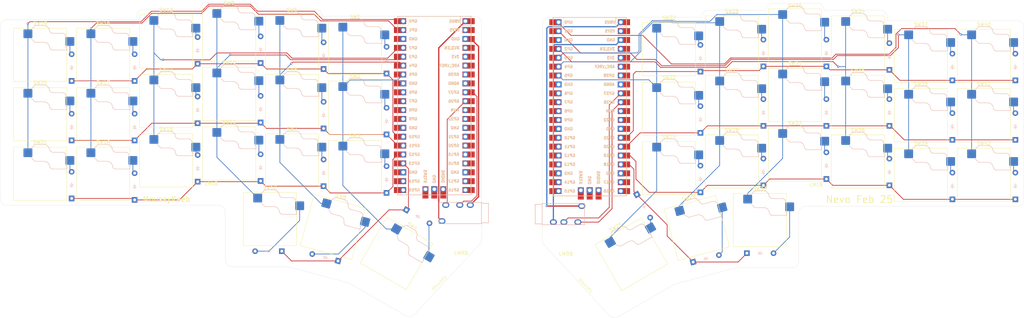
<source format=kicad_pcb>
(kicad_pcb (version 20241229) (generator "pcbnew") (generator_version "9.0")
  (layers (0 "F.Cu" signal) (2 "B.Cu" signal) (13 "F.Paste" user) (15 "B.Paste" user) (5 "F.SilkS" user "F.Silkscreen") (7 "B.SilkS" user "B.Silkscreen") (1 "F.Mask" user) (3 "B.Mask" user) (25 "Edge.Cuts" user))
  (net 0 "")
  (net 1 "Net-(D1-A)")
  (net 2 "Net-(D2-A)")
  (net 3 "Net-(D3-A)")
  (net 4 "Net-(D4-A)")
  (net 5 "Net-(D5-A)")
  (net 6 "Net-(D6-A)")
  (net 7 "Net-(D7-A)")
  (net 8 "Net-(D8-A)")
  (net 9 "Net-(D9-A)")
  (net 10 "Net-(D10-A)")
  (net 11 "Net-(D11-A)")
  (net 12 "Net-(D12-A)")
  (net 13 "Net-(D13-A)")
  (net 14 "Net-(D14-A)")
  (net 15 "Net-(D15-A)")
  (net 16 "Net-(D16-A)")
  (net 17 "Net-(D17-A)")
  (net 18 "Net-(D18-A)")
  (net 19 "Net-(D19-A)")
  (net 20 "Net-(D20-A)")
  (net 21 "Net-(D21-A)")
  (net 22 "Net-(D22-A)")
  (net 23 "Net-(D23-A)")
  (net 24 "Net-(D24-A)")
  (net 25 "Net-(D25-A)")
  (net 26 "Net-(D26-A)")
  (net 27 "Net-(D27-A)")
  (net 28 "Net-(D28-A)")
  (net 29 "Net-(D29-A)")
  (net 30 "Net-(D30-A)")
  (net 31 "Net-(D31-A)")
  (net 32 "Net-(D32-A)")
  (net 33 "Net-(D33-A)")
  (net 34 "Net-(D34-A)")
  (net 35 "Net-(D35-A)")
  (net 36 "Net-(D36-A)")
  (net 37 "Net-(D37-A)")
  (net 38 "Net-(D38-A)")
  (net 39 "Net-(D39-A)")
  (net 40 "Net-(D40-A)")
  (net 41 "Net-(D41-A)")
  (net 42 "Net-(D42-A)")
  (net 57 "Net-(U3-RING2)")
  (net 68 "Net-(U1-VBUS)")
  (net 70 "Net-(U1-GPIO27_ADC1)")
  (net 72 "Net-(U1-GPIO26_ADC0)")
  (net 78 "Net-(U2-GPIO26_ADC0)")
  (net 84 "Net-(U2-VBUS)")
  (net 98 "Net-(U4-RING2)")
  (net 103 "Net-(U2-GPIO27_ADC1)")
  (net 109 "ROW0L")
  (net 110 "ROW1L")
  (net 111 "ROW2L")
  (net 112 "ROW3L")
  (net 113 "ROW0R")
  (net 114 "ROW1R")
  (net 115 "ROW2R")
  (net 116 "ROW3R")
  (net 117 "COL0L")
  (net 118 "COL1L")
  (net 119 "COL2L")
  (net 120 "COL3L")
  (net 121 "COL4L")
  (net 122 "COL5L")
  (net 123 "COL0R")
  (net 124 "COL1R")
  (net 125 "COL2R")
  (net 126 "COL3R")
  (net 127 "COL4R")
  (net 128 "COL5R")
  (footprint "ScottoKeebs_Hotswap:Hotswap_Choc_V1" (layer "F.Cu") (at 114.93 77.89)
    (property "Reference" "SW14")
    (property "Value" "Switch")
  )
  (footprint "ScottoKeebs_Hotswap:Hotswap_Choc_V1_1.50u_90deg" (layer "F.Cu") (at 247.875127 121.726969 30)
    (property "Reference" "SW25")
    (property "Value" "Switch")
  )
  (footprint "ScottoKeebs_Hotswap:Hotswap_Choc_V1" (layer "F.Cu") (at 96.93 98.69)
    (property "Reference" "SW18")
    (property "Value" "Switch")
  )
  (footprint "ScottoKeebs_Hotswap:Hotswap_Choc_V1" (layer "F.Cu") (at 294.62 76.187)
    (property "Reference" "SW31")
    (property "Value" "Switch")
  )
  (footprint "ScottoKeebs_Hotswap:Hotswap_Choc_V1" (layer "F.Cu") (at 266.62 114.187 15)
    (property "Reference" "SW29")
    (property "Value" "Switch")
  )
  (footprint "ScottoKeebs_MCU:Raspberry_Pi_Pico" (layer "F.Cu") (at 191.572 79.22275)
    (property "Reference" "U1" (hide yes))
    (property "Value" "Raspberry_Pi_Pico" (hide yes))
  )
  (footprint "ScottoKeebs_Hotswap:Hotswap_Choc_V1" (layer "F.Cu") (at 114.93 94.89)
    (property "Reference" "SW15")
    (property "Value" "Switch")
  )
  (footprint "ScottoKeebs_Hotswap:Hotswap_Choc_V1" (layer "F.Cu") (at 312.62 78.187)
    (property "Reference" "SW35")
    (property "Value" "Switch")
  )
  (footprint "ScottoKeebs_Hotswap:Hotswap_Choc_V1" (layer "F.Cu") (at 284.62 111.937)
    (property "Reference" "SW33")
    (property "Value" "Switch")
  )
  (footprint "ScottoKeebs_Hotswap:Hotswap_Choc_V1" (layer "F.Cu") (at 258.62 80.087)
    (property "Reference" "SW23")
    (property "Value" "Switch")
  )
  (footprint "ScottoKeebs_Hotswap:Hotswap_Choc_V2" (layer "F.Cu") (at 294.62 59.187)
    (property "Reference" "SW30")
    (property "Value" "Switch")
  )
  (footprint "ScottoKeebs_MCU:Raspberry_Pi_Pico" (layer "F.Cu") (at 235.9775 79.52)
    (property "Reference" "U2" (hide yes))
    (property "Value" "Raspberry_Pi_Pico" (hide yes))
  )
  (footprint "ScottoKeebs_Hotswap:Hotswap_Choc_V1" (layer "F.Cu") (at 150.93 77.89)
    (property "Reference" "SW6")
    (property "Value" "Switch")
  )
  (footprint "ScottoKeebs_Hotswap:Hotswap_Choc_V1" (layer "F.Cu") (at 114.93 60.89)
    (property "Reference" "SW13")
    (property "Value" "Switch")
  )
  (footprint "ScottoKeebs_Hotswap:Hotswap_Choc_V1" (layer "F.Cu") (at 150.93 60.89)
    (property "Reference" "SW5")
    (property "Value" "Switch")
  )
  (footprint "ScottoKeebs_Hotswap:Hotswap_Choc_V1" (layer "F.Cu") (at 132.93 92.89)
    (property "Reference" "SW11")
    (property "Value" "Switch")
  )
  (footprint "ScottoKeebs_Hotswap:Hotswap_Choc_V1" (layer "F.Cu") (at 150.93 94.89)
    (property "Reference" "SW7")
    (property "Value" "Switch")
  )
  (footprint "MountingHole:MountingHole_3.2mm_M3" (layer "F.Cu") (at 127.870484 104.20275)
    (property "Reference" "LMLB")
    (property "Value" "MountingHole_3.2mm_M3")
  )
  (footprint "ScottoKeebs_Hotswap:Hotswap_Choc_V1" (layer "F.Cu") (at 258.62 97.087)
    (property "Reference" "SW24")
    (property "Value" "Switch")
  )
  (footprint "ScottoKeebs_Hotswap:Hotswap_Choc_V1" (layer "F.Cu") (at 330.62 98.987)
    (property "Reference" "SW39")
    (property "Value" "Switch")
  )
  (footprint "ScottoKeebs_Hotswap:Hotswap_Choc_V1" (layer "F.Cu") (at 276.62 61.187)
    (property "Reference" "SW26")
    (property "Value" "Switch")
  )
  (footprint "MountingHole:MountingHole_3.2mm_M3" (layer "F.Cu") (at 226.2305 116.825)
    (property "Reference" "LMRB")
    (property "Value" "MountingHole_3.2mm_M3")
  )
  (footprint "ScottoKeebs_Hotswap:Hotswap_Choc_V1" (layer "F.Cu") (at 78.93 98.69)
    (property "Reference" "SW21")
    (property "Value" "Switch")
  )
  (footprint "ScottoKeebs_Hotswap:Hotswap_Choc_V1" (layer "F.Cu") (at 294.62 93.187)
    (property "Reference" "SW32")
    (property "Value" "Switch")
  )
  (footprint "ScottoKeebs_Hotswap:Hotswap_Choc_V1" (layer "F.Cu") (at 312.62 95.187)
    (property "Reference" "SW36")
    (property "Value" "Switch")
  )
  (footprint "ScottoKeebs_Hotswap:Hotswap_Choc_V1" (layer "F.Cu") (at 258.62 63.087)
    (property "Reference" "SW22")
    (property "Value" "Switch")
  )
  (footprint "ScottoKeebs_Hotswap:Hotswap_Choc_V1" (layer "F.Cu") (at 168.93 62.79)
    (property "Reference" "SW1")
    (property "Value" "Switch")
  )
  (footprint "ScottoKeebs_Hotswap:Hotswap_Choc_V1" (layer "F.Cu") (at 96.93 81.69)
    (property "Reference" "SW17")
    (property "Value" "Switch")
  )
  (footprint "ScottoKeebs_Hotswap:Hotswap_Choc_V1_1.50u_90deg" (layer "F.Cu") (at 180.781171 121.429719 -30)
    (property "Reference" "SW4")
    (property "Value" "Switch")
  )
  (footprint "ScottoKeebs_Hotswap:Hotswap_Choc_V1" (layer "F.Cu") (at 276.62 78.187)
    (property "Reference" "SW27")
    (property "Value" "Switch")
  )
  (footprint "ScottoKeebs_Hotswap:Hotswap_Choc_V1" (layer "F.Cu") (at 78.93 81.69)
    (property "Reference" "SW20")
    (property "Value" "Switch")
  )
  (footprint "ScottoKeebs_Hotswap:Hotswap_Choc_V1" (layer "F.Cu") (at 312.62 61.187)
    (property "Reference" "SW34")
    (property "Value" "Switch")
  )
  (footprint "MountingHole:MountingHole_3.2mm_M3" (layer "F.Cu") (at 201.32 116.52775)
    (property "Reference" "LMRB")
    (property "Value" "MountingHole_3.2mm_M3")
  )
  (footprint "ScottoKeebs_Hotswap:Hotswap_Choc_V1" (layer "F.Cu") (at 348.62 98.987)
    (property "Reference" "SW42")
    (property "Value" "Switch")
  )
  (footprint "ScottoKeebs_Hotswap:Hotswap_Choc_V1" (layer "F.Cu") (at 96.93 64.69)
    (property "Reference" "SW16")
    (property "Value" "Switch")
  )
  (footprint "ScottoKeebs_Hotswap:Hotswap_Choc_V1" (layer "F.Cu") (at 132.93 75.89)
    (property "Reference" "SW10")
    (property "Value" "Switch")
  )
  (footprint "MountingHole:MountingHole_3.2mm_M3" (layer "F.Cu") (at 300.68 104.5)
    (property "Reference" "LMLB")
    (property "Value" "MountingHole_3.2mm_M3")
  )
  (footprint "ScottoKeebs_Hotswap:Hotswap_Choc_V1" (layer "F.Cu") (at 276.62 95.187)
    (property "Reference" "SW28")
    (property "Value" "Switch")
  )
  (footprint "ScottoKeebs_Hotswap:Hotswap_Choc_V1" (layer "F.Cu") (at 168.93 79.79)
    (property "Reference" "SW2")
    (property "Value" "Switch")
  )
  (footprint "ScottoKeebs_Hotswap:Hotswap_Choc_V1" (layer "F.Cu") (at 168.93 96.79)
    (property "Reference" "SW3")
    (property "Value" "Switch")
  )
  (footprint "ScottoKeebs_Hotswap:Hotswap_Choc_V1" (layer "F.Cu") (at 78.93 64.69)
    (property "Reference" "SW19")
    (property "Value" "Switch")
  )
  (footprint "ScottoKeebs_Hotswap:Hotswap_Choc_V1" (layer "F.Cu") (at 330.62 81.987)
    (property "Reference" "SW38")
    (property "Value" "Switch")
  )
  (footprint "ScottoKeebs_Hotswap:Hotswap_Choc_V1" (layer "F.Cu") (at 144.596298 111.63975)
    (property "Reference" "SW12")
    (property "Value" "Switch")
  )
  (footprint "ScottoKeebs_Hotswap:Hotswap_Choc_V1" (layer "F.Cu") (at 348.62 64.987)
    (property "Reference" "SW40")
    (property "Value" "Switch")
  )
  (footprint "ScottoKeebs_Hotswap:Hotswap_Choc_V1" (layer "F.Cu") (at 162.596298 113.88975 -15)
    (property "Reference" "SW8")
    (property "Value" "Switch")
  )
  (footprint "ScottoKeebs_Hotswap:Hotswap_Choc_V1" (layer "F.Cu") (at 348.62 81.987)
    (property "Reference" "SW41")
    (property "Value" "Switch")
  )
  (footprint "ScottoKeebs_Hotswap:Hotswap_Choc_V1" (layer "F.Cu") (at 330.62 64.987)
    (property "Reference" "SW37")
    (property "Value" "Switch")
  )
  (footprint "ScottoKeebs_Hotswap:Hotswap_Choc_V1" (layer "F.Cu") (at 132.93 58.89)
    (property "Reference" "SW9")
    (property "Value" "Switch")
  )
  (footprint "ScottoKeebs_Components:Diode_DO-35" (layer "B.Cu") (at 141.93 67.06 90)
    (property "Reference" "D9" (hide yes))
    (property "Value" "D" (hide yes))
  )
  (footprint "ScottoKeebs_Components:Diode_DO-35" (layer "B.Cu") (at 321.62 68.997 90)
    (property "Reference" "D34" (hide yes))
    (property "Value" "D" (hide yes))
  )
  (footprint "ScottoKeebs_Components:Diode_DO-35" (layer "B.Cu") (at 267.62 103.997 90)
    (property "Reference" "D24" (hide yes))
    (property "Value" "D" (hide yes))
  )
  (footprint "ScottoKeebs_Components:Diode_DO-35" (layer "B.Cu") (at 357.62 88.997 90)
    (property "Reference" "D41" (hide yes))
    (property "Value" "D" (hide yes))
  )
  (footprint "ScottoKeebs_Components:Diode_DO-35" (layer "B.Cu") (at 267.62 86.997 90)
    (property "Reference" "D23" (hide yes))
    (property "Value" "D" (hide yes))
  )
  (footprint "ScottoKeebs_Components:Diode_DO-35" (layer "B.Cu") (at 183.590444 109.025 -30)
    (property "Reference" "D4" (hide yes))
    (property "Value" "D" (hide yes))
  )
  (footprint "ScottoKeebs_Components:Diode_DO-35" (layer "B.Cu") (at 339.62 71.997 90)
    (property "Reference" "D37" (hide yes))
    (property "Value" "D" (hide yes))
  )
  (footprint "ScottoKeebs_Components:Diode_DO-35" (layer "B.Cu") (at 321.62 101.997 90)
    (property "Reference" "D36" (hide yes))
    (property "Value" "D" (hide yes))
  )
  (footprint "ScottoKeebs_Components:Diode_DO-35" (layer "B.Cu") (at 265.539823 123.916101 15)
    (property "Reference" "D29" (hide yes))
    (property "Value" "D" (hide yes))
  )
  (footprint "ScottoKeebs_Components:TRRS_PJ-320A" (layer "B.Cu") (at 222.4 110.225 -90)
    (property "Reference" "U4")
    (property "Value" "TRRS")
  )
  (footprint "ScottoKeebs_Components:Diode_DO-35" (layer "B.Cu") (at 164.050178 123.608851 165)
    (property "Reference" "D8" (hide yes))
    (property "Value" "D" (hide yes))
  )
  (footprint "ScottoKeebs_Components:Diode_DO-35" (layer "B.Cu") (at 339.62 105.997 90)
    (property "Reference" "D39" (hide yes))
    (property "Value" "D" (hide yes))
  )
  (footprint "ScottoKeebs_Components:Diode_DO-35" (layer "B.Cu") (at 357.62 105.997 90)
    (property "Reference" "D42" (hide yes))
    (property "Value" "D" (hide yes))
  )
  (footprint "ScottoKeebs_Components:Diode_DO-35" (layer "B.Cu") (at 285.62 67.997 90)
    (property "Reference" "D26" (hide yes))
    (property "Value" "D" (hide yes))
  )
  (footprint "ScottoKeebs_Components:Diode_DO-35" (layer "B.Cu") (at 141.93 84.06 90)
    (property "Reference" "D10" (hide yes))
    (property "Value" "D" (hide yes))
  )
  (footprint "ScottoKeebs_Components:Diode_DO-35" (layer "B.Cu") (at 303.62 100.197 90)
    (property "Reference" "D32" (hide yes))
    (property "Value" "D" (hide yes))
  )
  (footprint "ScottoKeebs_Components:Diode_DO-35" (layer "B.Cu") (at 105.93 106.16 90)
    (property "Reference" "D18" (hide yes))
    (property "Value" "D" (hide yes))
  )
  (footprint "ScottoKeebs_Components:Diode_DO-35" (layer "B.Cu") (at 105.93 89.16 90)
    (property "Reference" "D17" (hide yes))
    (property "Value" "D" (hide yes))
  )
  (footprint "ScottoKeebs_Components:Diode_DO-35" (layer "B.Cu") (at 249.445 104.620444 -60)
    (property "Reference" "D25" (hide yes))
    (property "Value" "D" (hide yes))
  )
  (footprint "ScottoKeebs_Components:Diode_DO-35" (layer "B.Cu") (at 285.62 101.997 90)
    (property "Reference" "D28" (hide yes))
    (property "Value" "D" (hide yes))
  )
  (footprint "ScottoKeebs_Components:Diode_DO-35" (layer "B.Cu") (at 147.98 120.82775 180)
    (property "Reference" "D12" (hide yes))
    (property "Value" "D" (hide yes))
  )
  (footprint "ScottoKeebs_Components:Diode_DO-35" (layer "B.Cu") (at 141.93 100.75 90)
    (property "Reference" "D11" (hide yes))
    (property "Value" "D" (hide yes))
  )
  (footprint "ScottoKeebs_Components:Diode_DO-35" (layer "B.Cu") (at 87.93 105.75 90)
    (property "Reference" "D21" (hide yes))
    (property "Value" "D" (hide yes))
  )
  (footprint "ScottoKeebs_Components:Diode_DO-35" (layer "B.Cu") (at 123.93 67.26 90)
    (property "Reference" "D13" (hide yes))
    (property "Value" "D" (hide yes))
  )
  (footprint "ScottoKeebs_Components:Diode_DO-35" (layer "B.Cu") (at 285.62 84.997 90)
    (property "Reference" "D27" (hide yes))
    (property "Value" "D" (hide yes))
  )
  (footprint "ScottoKeebs_Components:Diode_DO-35" (layer "B.Cu") (at 159.93 85.76 90)
    (property "Reference" "D6" (hide yes))
    (property "Value" "D" (hide yes))
  )
  (footprint "ScottoKeebs_Components:Diode_DO-35" (layer "B.Cu") (at 159.93 102.25 90)
    (property "Reference" "D7" (hide yes))
    (property "Value" "D" (hide yes))
  )
  (footprint "ScottoKeebs_Components:Diode_DO-35" (layer "B.Cu") (at 177.93 87.46 90)
    (property "Reference" "D2" (hide yes))
    (property "Value" "D" (hide yes))
  )
  (footprint "ScottoKeebs_Components:Diode_DO-35" (layer "B.Cu") (at 303.62 67.997 90)
    (property "Reference" "D30" (hide yes))
    (property "Value" "D" (hide yes))
  )
  (footprint "ScottoKeebs_Components:Diode_DO-35" (layer "B.Cu") (at 87.93 72.16 90)
    (property "Reference" "D19" (hide yes))
    (property "Value" "D" (hide yes))
  )
  (footprint "ScottoKeebs_Components:Diode_DO-35" (layer "B.Cu") (at 339.62 88.997 90)
    (property "Reference" "D38" (hide yes))
    (property "Value" "D" (hide yes))
  )
  (footprint "ScottoKeebs_Components:Diode_DO-35" (layer "B.Cu") (at 267.62 69.497 90)
    (property "Reference" "D22" (hide yes))
    (property "Value" "D" (hide yes))
  )
  (footprint "ScottoKeebs_Components:Diode_DO-35" (layer "B.Cu") (at 123.93 84.26 90)
    (property "Reference" "D14" (hide yes))
    (property "Value" "D" (hide yes))
  )
  (footprint "ScottoKeebs_Components:Diode_DO-35" (layer "B.Cu") (at 321.62 84.997 90)
    (property "Reference" "D35" (hide yes))
    (property "Value" "D" (hide yes))
  )
  (footprint "ScottoKeebs_Components:Diode_DO-35" (layer "B.Cu") (at 123.945 100.96275 90)
    (property "Reference" "D15" (hide yes))
    (property "Value" "D" (hide yes))
  )
  (footprint "ScottoKeebs_Components:Diode_DO-35" (layer "B.Cu") (at 87.93 89.16 90)
    (property "Reference" "D20" (hide yes))
    (property "Value" "D" (hide yes))
  )
  (footprint "ScottoKeebs_Components:Diode_DO-35" (layer "B.Cu") (at 159.93 68.76 90)
    (property "Reference" "D5" (hide yes))
    (property "Value" "D" (hide yes))
  )
  (footprint "ScottoKeebs_Components:Diode_DO-35" (layer "B.Cu") (at 280.89 121.4)
    (property "Reference" "D33" (hide yes))
    (property "Value" "D" (hide yes))
  )
  (footprint "ScottoKeebs_Components:Diode_DO-35" (layer "B.Cu") (at 177.93 70.05 90)
    (property "Reference" "D1" (hide yes))
    (property "Value" "D" (hide yes))
  )
  (footprint "ScottoKeebs_Components:Diode_DO-35" (layer "B.Cu") (at 303.62 84.997 90)
    (property "Reference" "D31" (hide yes))
    (property "Value" "D" (hide yes))
  )
  (footprint "ScottoKeebs_Components:Diode_DO-35" (layer "B.Cu") (at 105.93 72.16 90)
    (property "Reference" "D16" (hide yes))
    (property "Value" "D" (hide yes))
  )
  (footprint "ScottoKeebs_Components:Diode_DO-35" (layer "B.Cu") (at 357.62 71.997 90)
    (property "Reference" "D40" (hide yes))
    (property "Value" "D" (hide yes))
  )
  (footprint "ScottoKeebs_Components:TRRS_PJ-320A" (layer "B.Cu") (at 205.045 109.927749 90)
    (property "Reference" "U3")
    (property "Value" "TRRS")
  )
  (footprint "ScottoKeebs_Components:Diode_DO-35" (layer "B.Cu") (at 177.93 104.16 90)
    (property "Reference" "D3" (hide yes))
    (property "Value" "D" (hide yes))
  )
  (gr_arc (start 277.336106 125.6779) (mid 277.592241 125.62705) (end 277.852817 125.61) (stroke (width 0.05)) (layer "Edge.Cuts"))
  (gr_line (start 358.07 54.94) (end 321 54.94) (stroke (width 0.05)) (layer "Edge.Cuts"))
  (gr_arc (start 360.07 106.03) (mid 359.484214 107.444214) (end 358.07 108.03) (stroke (width 0.05)) (layer "Edge.Cuts"))
  (gr_arc (start 244.074583 139.583216) (mid 242.774725 139.828559) (end 241.606042 139.208879) (stroke (width 0.05)) (layer "Edge.Cuts"))
  (gr_arc (start 167.0553 129.884505) (mid 167.303838 129.968798) (end 167.5392 130.084907) (stroke (width 0.05)) (layer "Edge.Cuts"))
  (gr_arc (start 203.051723 53.64275) (mid 204.465484 54.228107) (end 205.051722 55.641511) (stroke (width 0.05)) (layer "Edge.Cuts"))
  (gr_line (start 319 51.94) (end 302.95 51.94) (stroke (width 0.05)) (layer "Edge.Cuts"))
  (gr_line (start 183.475901 139.285966) (end 167.5392 130.084907) (stroke (width 0.05)) (layer "Edge.Cuts"))
  (gr_arc (start 358.07 54.94) (mid 359.484214 55.525786) (end 360.07 56.94) (stroke (width 0.05)) (layer "Edge.Cuts"))
  (gr_line (start 108.550484 51.64275) (end 124.600484 51.64275) (stroke (width 0.05)) (layer "Edge.Cuts"))
  (gr_arc (start 222.991944 119.075365) (mid 222.597876 118.446083) (end 222.460485 117.716412) (stroke (width 0.05)) (layer "Edge.Cuts"))
  (gr_arc (start 124.600484 51.64275) (mid 125.186269 50.228531) (end 126.600484 49.64275) (stroke (width 0.05)) (layer "Edge.Cuts"))
  (gr_line (start 129.870484 107.73275) (end 69.480484 107.73275) (stroke (width 0.05)) (layer "Edge.Cuts"))
  (gr_arc (start 286.28 51.94) (mid 286.865786 50.525786) (end 288.28 49.94) (stroke (width 0.05)) (layer "Edge.Cuts"))
  (gr_arc (start 205.089999 117.419162) (mid 204.952627 118.148841) (end 204.55854 118.778115) (stroke (width 0.05)) (layer "Edge.Cuts"))
  (gr_line (start 244.074583 139.583216) (end 260.011284 130.382157) (stroke (width 0.05)) (layer "Edge.Cuts"))
  (gr_arc (start 106.550484 53.64275) (mid 107.136269 52.228531) (end 108.550484 51.64275) (stroke (width 0.05)) (layer "Edge.Cuts"))
  (gr_line (start 205.051722 55.641511) (end 205.089999 117.419162) (stroke (width 0.05)) (layer "Edge.Cuts"))
  (gr_line (start 69.480019 54.64275) (end 106.550484 54.64275) (stroke (width 0.05)) (layer "Edge.Cuts"))
  (gr_line (start 126.600484 49.64275) (end 139.270484 49.64275) (stroke (width 0.05)) (layer "Edge.Cuts"))
  (gr_arc (start 268.01 53.94) (mid 268.595786 52.525786) (end 270.01 51.94) (stroke (width 0.05)) (layer "Edge.Cuts"))
  (gr_line (start 141.270484 51.64275) (end 157.540484 51.64275) (stroke (width 0.05)) (layer "Edge.Cuts"))
  (gr_arc (start 129.870484 107.73275) (mid 131.284708 108.318531) (end 131.870484 109.73275) (stroke (width 0.05)) (layer "Edge.Cuts"))
  (gr_line (start 167.0553 129.884505) (end 150.214378 125.38065) (stroke (width 0.05)) (layer "Edge.Cuts"))
  (gr_line (start 222.991944 119.075365) (end 241.606042 139.208879) (stroke (width 0.05)) (layer "Edge.Cuts"))
  (gr_line (start 204.55854 118.778115) (end 185.944442 138.911629) (stroke (width 0.05)) (layer "Edge.Cuts"))
  (gr_arc (start 149.697667 125.31275) (mid 149.958243 125.329804) (end 150.214378 125.38065) (stroke (width 0.05)) (layer "Edge.Cuts"))
  (gr_line (start 149.697667 125.31275) (end 133.870484 125.31275) (stroke (width 0.05)) (layer "Edge.Cuts"))
  (gr_line (start 321 54.94) (end 321 53.94) (stroke (width 0.05)) (layer "Edge.Cuts"))
  (gr_line (start 360.07 106.03) (end 360.07 56.94) (stroke (width 0.05)) (layer "Edge.Cuts"))
  (gr_arc (start 300.95 49.94) (mid 302.364214 50.525786) (end 302.95 51.94) (stroke (width 0.05)) (layer "Edge.Cuts"))
  (gr_arc (start 185.944442 138.911629) (mid 184.775758 139.531289) (end 183.475901 139.285966) (stroke (width 0.05)) (layer "Edge.Cuts"))
  (gr_line (start 106.550484 54.64275) (end 106.550484 53.64275) (stroke (width 0.05)) (layer "Edge.Cuts"))
  (gr_line (start 222.498762 55.938761) (end 222.460485 117.716412) (stroke (width 0.05)) (layer "Edge.Cuts"))
  (gr_arc (start 139.270484 49.64275) (mid 140.684708 50.228531) (end 141.270484 51.64275) (stroke (width 0.05)) (layer "Edge.Cuts"))
  (gr_arc (start 260.011284 130.382157) (mid 260.246646 130.266047) (end 260.495184 130.181755) (stroke (width 0.05)) (layer "Edge.Cuts"))
  (gr_line (start 67.480484 105.73275) (end 67.480019 56.642769) (stroke (width 0.05)) (layer "Edge.Cuts"))
  (gr_arc (start 295.68 123.61) (mid 295.094214 125.024214) (end 293.68 125.61) (stroke (width 0.05)) (layer "Edge.Cuts"))
  (gr_line (start 300.95 49.94) (end 288.28 49.94) (stroke (width 0.05)) (layer "Edge.Cuts"))
  (gr_arc (start 133.870484 125.31275) (mid 132.456281 124.726958) (end 131.870484 123.31275) (stroke (width 0.05)) (layer "Edge.Cuts"))
  (gr_arc (start 157.540484 51.64275) (mid 158.954708 52.228531) (end 159.540484 53.64275) (stroke (width 0.05)) (layer "Edge.Cuts"))
  (gr_line (start 260.495184 130.181755) (end 277.336106 125.6779) (stroke (width 0.05)) (layer "Edge.Cuts"))
  (gr_line (start 286.28 51.94) (end 270.01 51.94) (stroke (width 0.05)) (layer "Edge.Cuts"))
  (gr_line (start 295.68 123.61) (end 295.68 110.03) (stroke (width 0.05)) (layer "Edge.Cuts"))
  (gr_line (start 297.68 108.03) (end 358.07 108.03) (stroke (width 0.05)) (layer "Edge.Cuts"))
  (gr_line (start 131.870484 123.31275) (end 131.870484 109.73275) (stroke (width 0.05)) (layer "Edge.Cuts"))
  (gr_arc (start 295.68 110.03) (mid 296.265786 108.615786) (end 297.68 108.03) (stroke (width 0.05)) (layer "Edge.Cuts"))
  (gr_arc (start 69.480484 107.73275) (mid 68.066281 107.146958) (end 67.480484 105.73275) (stroke (width 0.05)) (layer "Edge.Cuts"))
  (gr_line (start 268.01 53.94) (end 224.498761 53.94) (stroke (width 0.05)) (layer "Edge.Cuts"))
  (gr_arc (start 319 51.94) (mid 320.414214 52.525786) (end 321 53.94) (stroke (width 0.05)) (layer "Edge.Cuts"))
  (gr_arc (start 67.480019 56.642769) (mid 68.0658 55.22855) (end 69.480019 54.64275) (stroke (width 0.05)) (layer "Edge.Cuts"))
  (gr_line (start 277.852817 125.61) (end 293.68 125.61) (stroke (width 0.05)) (layer "Edge.Cuts"))
  (gr_line (start 159.540484 53.64275) (end 203.051723 53.64275) (stroke (width 0.05)) (layer "Edge.Cuts"))
  (gr_arc (start 222.498762 55.938761) (mid 223.084984 54.525335) (end 224.498761 53.94) (stroke (width 0.05)) (layer "Edge.Cuts"))
  (gr_text "Mousey\n" (at 232.46 129.14 -42.754) (layer "F.SilkS") (effects (font (size 1 1) (thickness 0.1)) (justify left bottom)))
  (gr_text "Nevo Feb 25" (at 303.276 107.188 0) (layer "F.SilkS") (effects (font (size 2 2) (thickness 0.25) (bold yes)) (justify left bottom)))
  (gr_text "MouseyKeeb" (at 108.13 106.86 0) (layer "F.SilkS") (effects (font (size 1.5 1.5) (thickness 0.25) (bold yes)) (justify left bottom)))
  (gr_text "Mousey\n" (at 191.46 132.26 47.246) (layer "F.SilkS") (effects (font (size 1 1) (thickness 0.1)) (justify left bottom)))
  (segment (start 177.43 58.99) (end 177.43 61.93) (width 0.2) (layer "B.Cu") (net 1))
  (segment (start 177.43 61.93) (end 177.93 62.43) (width 0.2) (layer "B.Cu") (net 1))
  (segment (start 177.43 79.34) (end 177.93 79.84) (width 0.2) (layer "B.Cu") (net 2))
  (segment (start 177.43 75.99) (end 177.43 79.34) (width 0.2) (layer "B.Cu") (net 2))
  (segment (start 177.43 92.99) (end 177.43 96.04) (width 0.2) (layer "B.Cu") (net 3))
  (segment (start 177.43 96.04) (end 177.93 96.54) (width 0.2) (layer "B.Cu") (net 3))
  (segment (start 190.042387 112.982171) (end 190.189558 112.835) (width 0.2) (layer "B.Cu") (net 4))
  (segment (start 190.042387 122.388822) (end 190.042387 112.982171) (width 0.2) (layer "B.Cu") (net 4))
  (segment (start 159.43 60.64) (end 159.93 61.14) (width 0.2) (layer "B.Cu") (net 5))
  (segment (start 159.43 57.09) (end 159.43 60.64) (width 0.2) (layer "B.Cu") (net 5))
  (segment (start 159.43 74.09) (end 159.43 77.64) (width 0.2) (layer "B.Cu") (net 6))
  (segment (start 159.43 77.64) (end 159.93 78.14) (width 0.2) (layer "B.Cu") (net 6))
  (segment (start 159.43 91.09) (end 159.43 94.13) (width 0.2) (layer "B.Cu") (net 7))
  (segment (start 159.43 94.13) (end 159.93 94.63) (width 0.2) (layer "B.Cu") (net 7))
  (segment (start 164.17335 121.63665) (end 156.689823 121.63665) (width 0.2) (layer "B.Cu") (net 8))
  (segment (start 171.79018 114.01982) (end 164.17335 121.63665) (width 0.2) (layer "B.Cu") (net 8))
  (segment (start 171.79018 112.419194) (end 171.79018 114.01982) (width 0.2) (layer "B.Cu") (net 8))
  (segment (start 141.43 58.94) (end 141.93 59.44) (width 0.2) (layer "B.Cu") (net 9))
  (segment (start 141.43 55.09) (end 141.43 58.94) (width 0.2) (layer "B.Cu") (net 9))
  (segment (start 141.43 75.94) (end 141.93 76.44) (width 0.2) (layer "B.Cu") (net 10))
  (segment (start 141.43 72.09) (end 141.43 75.94) (width 0.2) (layer "B.Cu") (net 10))
  (segment (start 141.43 92.63) (end 141.93 93.13) (width 0.2) (layer "B.Cu") (net 11))
  (segment (start 141.43 89.09) (end 141.43 92.63) (width 0.2) (layer "B.Cu") (net 11))
  (segment (start 153.096298 112.053702) (end 144.32225 120.82775) (width 0.2) (layer "B.Cu") (net 12))
  (segment (start 153.096298 107.83975) (end 153.096298 112.053702) (width 0.2) (layer "B.Cu") (net 12))
  (segment (start 144.32225 120.82775) (end 140.36 120.82775) (width 0.2) (layer "B.Cu") (net 12))
  (segment (start 123.43 57.09) (end 123.43 59.14) (width 0.2) (layer "B.Cu") (net 13))
  (segment (start 123.43 59.14) (end 123.93 59.64) (width 0.2) (layer "B.Cu") (net 13))
  (segment (start 123.43 74.09) (end 123.43 76.14) (width 0.2) (layer "B.Cu") (net 14))
  (segment (start 123.43 76.14) (end 123.93 76.64) (width 0.2) (layer "B.Cu") (net 14))
  (segment (start 123.43 91.09) (end 123.43 92.82775) (width 0.2) (layer "B.Cu") (net 15))
  (segment (start 123.43 92.82775) (end 123.945 93.34275) (width 0.2) (layer "B.Cu") (net 15))
  (segment (start 105.43 64.04) (end 105.93 64.54) (width 0.2) (layer "B.Cu") (net 16))
  (segment (start 105.43 60.89) (end 105.43 64.04) (width 0.2) (layer "B.Cu") (net 16))
  (segment (start 105.43 81.04) (end 105.93 81.54) (width 0.2) (layer "B.Cu") (net 17))
  (segment (start 105.43 77.89) (end 105.43 81.04) (width 0.2) (layer "B.Cu") (net 17))
  (segment (start 105.43 94.89) (end 105.43 98.04) (width 0.2) (layer "B.Cu") (net 18))
  (segment (start 105.43 98.04) (end 105.93 98.54) (width 0.2) (layer "B.Cu") (net 18))
  (segment (start 87.43 60.89) (end 87.43 64.04) (width 0.2) (layer "B.Cu") (net 19))
  (segment (start 87.43 64.04) (end 87.93 64.54) (width 0.2) (layer "B.Cu") (net 19))
  (segment (start 87.43 81.04) (end 87.93 81.54) (width 0.2) (layer "B.Cu") (net 20))
  (segment (start 87.43 77.89) (end 87.43 81.04) (width 0.2) (layer "B.Cu") (net 20))
  (segment (start 87.43 97.63) (end 87.93 98.13) (width 0.2) (layer "B.Cu") (net 21))
  (segment (start 87.43 94.89) (end 87.43 97.63) (width 0.2) (layer "B.Cu") (net 21))
  (segment (start 267.12 59.287) (end 267.12 61.377) (width 0.2) (layer "B.Cu") (net 22))
  (segment (start 267.12 61.377) (end 267.62 61.877) (width 0.2) (layer "B.Cu") (net 22))
  (segment (start 267.12 76.287) (end 267.12 78.877) (width 0.2) (layer "B.Cu") (net 23))
  (segment (start 267.12 78.877) (end 267.62 79.377) (width 0.2) (layer "B.Cu") (net 23))
  (segment (start 267.12 93.287) (end 267.12 95.877) (width 0.2) (layer "B.Cu") (net 24))
  (segment (start 267.12 95.877) (end 267.62 96.377) (width 0.2) (layer "B.Cu") (net 24))
  (segment (start 253.336343 111.300901) (end 253.255 111.219558) (width 0.2) (layer "B.Cu") (net 25))
  (segment (start 253.336343 114.186072) (end 253.336343 111.300901) (width 0.2) (layer "B.Cu") (net 25))
  (segment (start 285.12 57.387) (end 285.12 59.877) (width 0.2) (layer "B.Cu") (net 26))
  (segment (start 285.12 59.877) (end 285.62 60.377) (width 0.2) (layer "B.Cu") (net 26))
  (segment (start 285.12 74.387) (end 285.12 76.877) (width 0.2) (layer "B.Cu") (net 27))
  (segment (start 285.12 76.877) (end 285.62 77.377) (width 0.2) (layer "B.Cu") (net 27))
  (segment (start 285.12 91.387) (end 285.12 93.877) (width 0.2) (layer "B.Cu") (net 28))
  (segment (start 285.12 93.877) (end 285.62 94.377) (width 0.2) (layer "B.Cu") (net 28))
  (segment (start 273.846857 120.997221) (end 272.900178 121.9439) (width 0.2) (layer "B.Cu") (net 29))
  (segment (start 273.846857 108.31652) (end 273.846857 120.997221) (width 0.2) (layer "B.Cu") (net 29))
  (segment (start 303.12 59.877) (end 303.62 60.377) (width 0.2) (layer "B.Cu") (net 30))
  (segment (start 303.12 55.387) (end 303.12 59.877) (width 0.2) (layer "B.Cu") (net 30))
  (segment (start 303.12 76.877) (end 303.62 77.377) (width 0.2) (layer "B.Cu") (net 31))
  (segment (start 303.12 72.387) (end 303.12 76.877) (width 0.2) (layer "B.Cu") (net 31))
  (segment (start 303.12 92.077) (end 303.62 92.577) (width 0.2) (layer "B.Cu") (net 32))
  (segment (start 303.12 89.387) (end 303.12 92.077) (width 0.2) (layer "B.Cu") (net 32))
  (segment (start 293.12 108.137) (end 293.12 116.79) (width 0.2) (layer "B.Cu") (net 33))
  (segment (start 293.12 116.79) (end 288.51 121.4) (width 0.2) (layer "B.Cu") (net 33))
  (segment (start 321.12 60.877) (end 321.62 61.377) (width 0.2) (layer "B.Cu") (net 34))
  (segment (start 321.12 57.387) (end 321.12 60.877) (width 0.2) (layer "B.Cu") (net 34))
  (segment (start 321.12 76.877) (end 321.62 77.377) (width 0.2) (layer "B.Cu") (net 35))
  (segment (start 321.12 74.387) (end 321.12 76.877) (width 0.2) (layer "B.Cu") (net 35))
  (segment (start 321.12 91.387) (end 321.12 93.877) (width 0.2) (layer "B.Cu") (net 36))
  (segment (start 321.12 93.877) (end 321.62 94.377) (width 0.2) (layer "B.Cu") (net 36))
  (segment (start 339.12 61.187) (end 339.12 63.877) (width 0.2) (layer "B.Cu") (net 37))
  (segment (start 339.12 63.877) (end 339.62 64.377) (width 0.2) (layer "B.Cu") (net 37))
  (segment (start 339.12 80.877) (end 339.62 81.377) (width 0.2) (layer "B.Cu") (net 38))
  (segment (start 339.12 78.187) (end 339.12 80.877) (width 0.2) (layer "B.Cu") (net 38))
  (segment (start 339.12 97.877) (end 339.62 98.377) (width 0.2) (layer "B.Cu") (net 39))
  (segment (start 339.12 95.187) (end 339.12 97.877) (width 0.2) (layer "B.Cu") (net 39))
  (segment (start 357.12 61.187) (end 357.12 63.877) (width 0.2) (layer "B.Cu") (net 40))
  (segment (start 357.12 63.877) (end 357.62 64.377) (width 0.2) (layer "B.Cu") (net 40))
  (segment (start 357.12 78.187) (end 357.12 80.877) (width 0.2) (layer "B.Cu") (net 41))
  (segment (start 357.12 80.877) (end 357.62 81.377) (width 0.2) (layer "B.Cu") (net 41))
  (segment (start 357.12 97.877) (end 357.62 98.377) (width 0.2) (layer "B.Cu") (net 42))
  (segment (start 357.12 95.187) (end 357.12 97.877) (width 0.2) (layer "B.Cu") (net 42))
  (segment (start 202.08275 60.17275) (end 200.462 60.17275) (width 0.35) (layer "F.Cu") (net 57))
  (segment (start 201.845 107.627749) (end 204.22 105.252749) (width 0.35) (layer "F.Cu") (net 57))
  (segment (start 204.22 62.31) (end 202.08275 60.17275) (width 0.35) (layer "F.Cu") (net 57))
  (segment (start 204.22 105.252749) (end 204.22 62.31) (width 0.35) (layer "F.Cu") (net 57))
  (segment (start 192.84 111.322749) (end 192.84 62.71475) (width 0.35) (layer "F.Cu") (net 68))
  (segment (start 192.84 62.71475) (end 200.462 55.09275) (width 0.35) (layer "F.Cu") (net 68))
  (segment (start 193.745 112.227749) (end 192.84 111.322749) (width 0.35) (layer "F.Cu") (net 68))
  (segment (start 203.74 76.62) (end 202.53275 75.41275) (width 0.2) (layer "F.Cu") (net 70))
  (segment (start 203.74 104.97) (end 203.74 76.62) (width 0.2) (layer "F.Cu") (net 70))
  (segment (start 202.53275 75.41275) (end 200.462 75.41275) (width 0.2) (layer "F.Cu") (net 70))
  (segment (start 199.945 106.527749) (end 202.182251 106.527749) (width 0.2) (layer "F.Cu") (net 70))
  (segment (start 202.182251 106.527749) (end 203.74 104.97) (width 0.2) (layer "F.Cu") (net 70))
  (segment (start 198.845 107.627749) (end 199.945 106.527749) (width 0.2) (layer "F.Cu") (net 70))
  (segment (start 194.845 107.627749) (end 195.262 107.210749) (width 0.2) (layer "F.Cu") (net 72))
  (segment (start 195.262 83.15275) (end 200.462 77.95275) (width 0.2) (layer "F.Cu") (net 72))
  (segment (start 195.262 107.210749) (end 195.262 83.15275) (width 0.2) (layer "F.Cu") (net 72))
  (segment (start 232.6 112.525) (end 238.515 112.525) (width 0.2) (layer "F.Cu") (net 78))
  (segment (start 238.515 112.525) (end 242.37 108.67) (width 0.2) (layer "F.Cu") (net 78))
  (segment (start 242.37 108.67) (end 242.37 80.7475) (width 0.2) (layer "F.Cu") (net 78))
  (segment (start 242.37 80.7475) (end 244.8675 78.25) (width 0.2) (layer "F.Cu") (net 78))
  (segment (start 223.725 107.925) (end 223.72 107.92) (width 0.2) (layer "F.Cu") (net 84))
  (segment (start 233.7 107.925) (end 223.725 107.925) (width 0.35) (layer "F.Cu") (net 84))
  (via (at 223.72 107.92) (size 0.6) (drill 0.3) (layers "F.Cu" "B.Cu") (net 84))
  (segment (start 223.72 107.92) (end 223.72 57.131154) (width 0.35) (layer "B.Cu") (net 84))
  (segment (start 223.72 57.131154) (end 224.171154 56.68) (width 0.35) (layer "B.Cu") (net 84))
  (segment (start 224.171154 56.68) (end 243.5775 56.68) (width 0.35) (layer "B.Cu") (net 84))
  (segment (start 243.5775 56.68) (end 244.8675 55.39) (width 0.35) (layer "B.Cu") (net 84))
  (segment (start 244.8675 60.47) (end 243.5525 61.785) (width 0.35) (layer "B.Cu") (net 98))
  (segment (start 243.4225 61.785) (end 225.959364 61.785) (width 0.35) (layer "B.Cu") (net 98))
  (segment (start 225.959364 61.785) (end 225.6 62.144364) (width 0.35) (layer "B.Cu") (net 98))
  (segment (start 225.6 62.144364) (end 225.6 112.525) (width 0.35) (layer "B.Cu") (net 98))
  (segment (start 243.5525 61.785) (end 243.4225 61.785) (width 0.35) (layer "B.Cu") (net 98))
  (segment (start 241.57 79.0075) (end 244.8675 75.71) (width 0.2) (layer "F.Cu") (net 103))
  (segment (start 229.805 111.32) (end 238.53 111.32) (width 0.2) (layer "F.Cu") (net 103))
  (segment (start 238.53 111.32) (end 241.57 108.28) (width 0.2) (layer "F.Cu") (net 103))
  (segment (start 241.57 108.28) (end 241.57 79.0075) (width 0.2) (layer "F.Cu") (net 103))
  (segment (start 228.6 112.525) (end 229.805 111.32) (width 0.2) (layer "F.Cu") (net 103))
  (segment (start 109.33 68.76) (end 122.43 68.76) (width 0.2) (layer "F.Cu") (net 109))
  (segment (start 181.122 88.11275) (end 182.682 88.11275) (width 0.2) (layer "F.Cu") (net 109))
  (segment (start 143.63 68.76) (end 159.93 68.76) (width 0.2) (layer "F.Cu") (net 109))
  (segment (start 141.93 67.06) (end 143.63 68.76) (width 0.2) (layer "F.Cu") (net 109))
  (segment (start 179.732 71.852) (end 179.732 86.72275) (width 0.2) (layer "F.Cu") (net 109))
  (segment (start 161.22 70.05) (end 177.93 70.05) (width 0.2) (layer "F.Cu") (net 109))
  (segment (start 159.93 68.76) (end 161.22 70.05) (width 0.2) (layer "F.Cu") (net 109))
  (segment (start 141.73 67.26) (end 141.93 67.06) (width 0.2) (layer "F.Cu") (net 109))
  (segment (start 123.93 67.26) (end 141.73 67.26) (width 0.2) (layer "F.Cu") (net 109))
  (segment (start 87.93 72.16) (end 105.93 72.16) (width 0.2) (layer "F.Cu") (net 109))
  (segment (start 177.93 70.05) (end 179.732 71.852) (width 0.2) (layer "F.Cu") (net 109))
  (segment (start 105.93 72.16) (end 109.33 68.76) (width 0.2) (layer "F.Cu") (net 109))
  (segment (start 179.732 86.72275) (end 181.122 88.11275) (width 0.2) (layer "F.Cu") (net 109))
  (segment (start 122.43 68.76) (end 123.93 67.26) (width 0.2) (layer "F.Cu") (net 109))
  (segment (start 161.63 87.46) (end 159.93 85.76) (width 0.2) (layer "F.Cu") (net 110))
  (segment (start 159.93 85.76) (end 143.63 85.76) (width 0.2) (layer "F.Cu") (net 110))
  (segment (start 110.83 84.26) (end 105.93 89.16) (width 0.2) (layer "F.Cu") (net 110))
  (segment (start 181.12275 90.65275) (end 182.682 90.65275) (width 0.2) (layer "F.Cu") (net 110))
  (segment (start 123.93 84.26) (end 110.83 84.26) (width 0.2) (layer "F.Cu") (net 110))
  (segment (start 105.93 89.16) (end 87.93 89.16) (width 0.2) (layer "F.Cu") (net 110))
  (segment (start 123.93 84.26) (end 141.73 84.26) (width 0.2) (layer "F.Cu") (net 110))
  (segment (start 143.63 85.76) (end 141.93 84.06) (width 0.2) (layer "F.Cu") (net 110))
  (segment (start 177.93 87.46) (end 181.12275 90.65275) (width 0.2) (layer "F.Cu") (net 110))
  (segment (start 141.73 84.26) (end 141.93 84.06) (width 0.2) (layer "F.Cu") (net 110))
  (segment (start 177.93 87.46) (end 161.63 87.46) (width 0.2) (layer "F.Cu") (net 110))
  (segment (start 177.93 104.16) (end 179.732 102.358) (width 0.2) (layer "F.Cu") (net 111))
  (segment (start 143.43 102.25) (end 159.93 102.25) (width 0.2) (layer "F.Cu") (net 111))
  (segment (start 105.52 105.75) (end 105.93 106.16) (width 0.2) (layer "F.Cu") (net 111))
  (segment (start 141.93 100.75) (end 143.43 102.25) (width 0.2) (layer "F.Cu") (net 111))
  (segment (start 179.732 102.358) (end 179.732 94.58275) (width 0.2) (layer "F.Cu") (net 111))
  (segment (start 118.74775 106.16) (end 123.945 100.96275) (width 0.2) (layer "F.Cu") (net 111))
  (segment (start 87.93 105.75) (end 105.52 105.75) (width 0.2) (layer "F.Cu") (net 111))
  (segment (start 123.945 100.96275) (end 141.71725 100.96275) (width 0.2) (layer "F.Cu") (net 111))
  (segment (start 179.732 94.58275) (end 181.122 93.19275) (width 0.2) (layer "F.Cu") (net 111))
  (segment (start 159.93 102.25) (end 161.84 104.16) (width 0.2) (layer "F.Cu") (net 111))
  (segment (start 105.93 106.16) (end 118.74775 106.16) (width 0.2) (layer "F.Cu") (net 111))
  (segment (start 181.122 93.19275) (end 182.682 93.19275) (width 0.2) (layer "F.Cu") (net 111))
  (segment (start 141.71725 100.96275) (end 141.93 100.75) (width 0.2) (layer "F.Cu") (net 111))
  (segment (start 161.84 104.16) (end 177.93 104.16) (width 0.2) (layer "F.Cu") (net 111))
  (segment (start 164.050178 123.608851) (end 178.634029 109.025) (width 0.2) (layer "F.Cu") (net 112))
  (segment (start 147.98 120.82775) (end 150.761101 123.608851) (width 0.2) (layer "F.Cu") (net 112))
  (segment (start 183.590444 109.025) (end 184.176084 108.43936) (width 0.2) (layer "F.Cu") (net 112))
  (segment (start 178.634029 109.025) (end 183.590444 109.025) (width 0.2) (layer "F.Cu") (net 112))
  (segment (start 184.176084 108.43936) (end 184.176084 97.226834) (width 0.2) (layer "F.Cu") (net 112))
  (segment (start 184.176084 97.226834) (end 182.682 95.73275) (width 0.2) (layer "F.Cu") (net 112))
  (segment (start 150.761101 123.608851) (end 164.050178 123.608851) (width 0.2) (layer "F.Cu") (net 112))
  (segment (start 284.387 69.23) (end 267.887 69.23) (width 0.2) (layer "F.Cu") (net 113))
  (segment (start 248.44 86.3975) (end 246.4275 88.41) (width 0.2) (layer "F.Cu") (net 113))
  (segment (start 285.62 67.997) (end 284.387 69.23) (width 0.2) (layer "F.Cu") (net 113))
  (segment (start 324.62 71.997) (end 339.62 71.997) (width 0.2) (layer "F.Cu") (net 113))
  (segment (start 321.62 68.997) (end 304.62 68.997) (width 0.2) (layer "F.Cu") (net 113))
  (segment (start 249.193 69.497) (end 248.44 70.25) (width 0.2) (layer "F.Cu") (net 113))
  (segment (start 248.44 70.25) (end 248.44 86.3975) (width 0.2) (layer "F.Cu") (net 113))
  (segment (start 267.887 69.23) (end 267.62 69.497) (width 0.2) (layer "F.Cu") (net 113))
  (segment (start 246.4275 88.41) (end 244.8675 88.41) (width 0.2) (layer "F.Cu") (net 113))
  (segment (start 267.62 69.497) (end 249.193 69.497) (width 0.2) (layer "F.Cu") (net 113))
  (segment (start 321.62 68.997) (end 324.62 71.997) (width 0.2) (layer "F.Cu") (net 113))
  (segment (start 303.62 67.997) (end 285.62 67.997) (width 0.2) (layer "F.Cu") (net 113))
  (segment (start 304.62 68.997) (end 303.62 67.997) (width 0.2) (layer "F.Cu") (net 113))
  (segment (start 357.62 71.997) (end 339.62 71.997) (width 0.2) (layer "F.Cu") (net 113))
  (segment (start 321.62 84.997) (end 303.62 84.997) (width 0.2) (layer "F.Cu") (net 114))
  (segment (start 303.62 84.997) (end 285.62 84.997) (width 0.2) (layer "F.Cu") (net 114))
  (segment (start 285.62 84.997) (end 269.62 84.997) (width 0.2) (layer "F.Cu") (net 114))
  (segment (start 267.62 86.997) (end 250.3805 86.997) (width 0.2) (layer "F.Cu") (net 114))
  (segment (start 357.62 88.997) (end 339.62 88.997) (width 0.2) (layer "F.Cu") (net 114))
  (segment (start 339.62 88.997) (end 325.853654 88.997) (width 0.2) (layer "F.Cu") (net 114))
  (segment (start 325.853654 88.997) (end 321.853654 84.997) (width 0.2) (layer "F.Cu") (net 114))
  (segment (start 321.853654 84.997) (end 321.62 84.997) (width 0.2) (layer "F.Cu") (net 114))
  (segment (start 269.62 84.997) (end 267.62 86.997) (width 0.2) (layer "F.Cu") (net 114))
  (segment (start 246.4275 90.95) (end 244.8675 90.95) (width 0.2) (layer "F.Cu") (net 114))
  (segment (start 250.3805 86.997) (end 246.4275 90.95) (width 0.2) (layer "F.Cu") (net 114))
  (segment (start 305.42 101.997) (end 303.62 100.197) (width 0.2) (layer "F.Cu") (net 115))
  (segment (start 325.62 105.997) (end 321.62 101.997) (width 0.2) (layer "F.Cu") (net 115))
  (segment (start 285.62 101.997) (end 269.62 101.997) (width 0.2) (layer "F.Cu") (net 115))
  (segment (start 321.62 101.997) (end 305.42 101.997) (width 0.2) (layer "F.Cu") (net 115))
  (segment (start 252.967 103.997) (end 249.18 100.21) (width 0.2) (layer "F.Cu") (net 115))
  (segment (start 357.62 105.997) (end 339.62 105.997) (width 0.2) (layer "F.Cu") (net 115))
  (segment (start 249.18 100.21) (end 249.18 95.19) (width 0.2) (layer "F.Cu") (net 115))
  (segment (start 339.62 105.997) (end 325.62 105.997) (width 0.2) (layer "F.Cu") (net 115))
  (segment (start 267.62 103.997) (end 252.967 103.997) (width 0.2) (layer "F.Cu") (net 115))
  (segment (start 247.48 93.49) (end 244.8675 93.49) (width 0.2) (layer "F.Cu") (net 115))
  (segment (start 269.62 101.997) (end 267.62 103.997) (width 0.2) (layer "F.Cu") (net 115))
  (segment (start 303.62 100.197) (end 287.42 100.197) (width 0.2) (layer "F.Cu") (net 115))
  (segment (start 249.18 95.19) (end 247.48 93.49) (width 0.2) (layer "F.Cu") (net 115))
  (segment (start 287.42 100.197) (end 285.62 101.997) (width 0.2) (layer "F.Cu") (net 115))
  (segment (start 248.61 97.39) (end 247.25 96.03) (width 0.2) (layer "F.Cu") (net 116))
  (segment (start 258.12 113.295444) (end 249.445 104.620444) (width 0.2) (layer "F.Cu") (net 116))
  (segment (start 247.25 96.03) (end 244.8675 96.03) (width 0.2) (layer "F.Cu") (net 116))
  (segment (start 265.539823 123.916101) (end 258.12 116.496278) (width 0.2) (layer "F.Cu") (net 116))
  (segment (start 248.61 103.785444) (end 248.61 97.39) (width 0.2) (layer "F.Cu") (net 116))
  (segment (start 278.373899 123.916101) (end 265.539823 123.916101) (width 0.2) (layer "F.Cu") (net 116))
  (segment (start 280.89 121.4) (end 278.373899 123.916101) (width 0.2) (layer "F.Cu") (net 116))
  (segment (start 258.12 116.496278) (end 258.12 113.295444) (width 0.2) (layer "F.Cu") (net 116))
  (segment (start 249.445 104.620444) (end 248.61 103.785444) (width 0.2) (layer "F.Cu") (net 116))
  (segment (start 181.12475 71.89) (end 182.682 70.33275) (width 0.2) (layer "B.Cu") (net 117))
  (segment (start 165.43 71.89) (end 165.43 56.79) (width 0.2) (layer "B.Cu") (net 117))
  (segment (start 167.54 71.89) (end 181.12475 71.89) (width 0.2) (layer "B.Cu") (net 117))
  (segment (start 165.43 102.066346) (end 177.847221 114.483567) (width 0.2) (layer "B.Cu") (net 117))
  (segment (start 165.43 73.79) (end 165.43 71.89) (width 0.2) (layer "B.Cu") (net 117))
  (segment (start 165.43 90.79) (end 165.43 73.79) (width 0.2) (layer "B.Cu") (net 117))
  (segment (start 165.43 73.79) (end 165.64 73.79) (width 0.2) (layer "B.Cu") (net 117))
  (segment (start 177.847221 114.483567) (end 180.750082 114.483567) (width 0.2) (layer "B.Cu") (net 117))
  (segment (start 165.43 90.79) (end 165.43 102.066346) (width 0.2) (layer "B.Cu") (net 117))
  (segment (start 165.64 73.79) (end 167.54 71.89) (width 0.2) (layer "B.Cu") (net 117))
  (segment (start 181.67925 66.79) (end 182.682 67.79275) (width 0.2) (layer "F.Cu") (net 118))
  (segment (start 151.11 66.79) (end 181.67925 66.79) (width 0.2) (layer "F.Cu") (net 118))
  (segment (start 150.67 67.23) (end 151.11 66.79) (width 0.2) (layer "F.Cu") (net 118))
  (via (at 150.67 67.23) (size 0.6) (drill 0.3) (layers "F.Cu" "B.Cu") (net 118))
  (segment (start 147.43 71.89) (end 147.43 70.47) (width 0.2) (layer "B.Cu") (net 118))
  (segment (start 147.43 70.47) (end 150.67 67.23) (width 0.2) (layer "B.Cu") (net 118))
  (segment (start 147.43 71.89) (end 147.43 69.39) (width 0.2) (layer "B.Cu") (net 118))
  (segment (start 147.43 71.89) (end 147.43 88.89) (width 0.2) (layer "B.Cu") (net 118))
  (segment (start 147.43 67.23) (end 147.43 54.89) (width 0.2) (layer "B.Cu") (net 118))
  (segment (start 147.43 88.89) (end 147.43 95.455864) (width 0.2) (layer "B.Cu") (net 118))
  (segment (start 147.43 95.455864) (end 159.162464 107.188328) (width 0.2) (layer "B.Cu") (net 118))
  (segment (start 147.43 69.39) (end 147.43 67.23) (width 0.2) (layer "B.Cu") (net 118))
  (segment (start 159.162464 107.188328) (end 160.768471 107.188328) (width 0.2) (layer "B.Cu") (net 118))
  (segment (start 149.17 64.76) (end 150.51275 66.10275) (width 0.2) (layer "F.Cu") (net 119))
  (segment (start 181.832 66.10275) (end 182.682 65.25275) (width 0.2) (layer "F.Cu") (net 119))
  (segment (start 133.2 64.76) (end 149.17 64.76) (width 0.2) (layer "F.Cu") (net 119))
  (segment (start 150.51275 66.10275) (end 181.832 66.10275) (width 0.2) (layer "F.Cu") (net 119))
  (via (at 133.2 64.76) (size 0.6) (drill 0.3) (layers "F.Cu" "B.Cu") (net 119))
  (segment (start 129.43 69.89) (end 129.43 66.84) (width 0.2) (layer "B.Cu") (net 119))
  (segment (start 129.43 86.89) (end 129.43 69.89) (width 0.2) (layer "B.Cu") (net 119))
  (segment (start 141.096298 105.63975) (end 129.43 93.973452) (width 0.2) (layer "B.Cu") (net 119))
  (segment (start 129.43 68.53) (end 133.2 64.76) (width 0.2) (layer "B.Cu") (net 119))
  (segment (start 129.43 66.84) (end 129.43 64.76) (width 0.2) (layer "B.Cu") (net 119))
  (segment (start 129.43 69.89) (end 129.43 68.53) (width 0.2) (layer "B.Cu") (net 119))
  (segment (start 129.43 64.76) (end 129.43 52.89) (width 0.2) (layer "B.Cu") (net 119))
  (segment (start 129.43 93.973452) (end 129.43 86.89) (width 0.2) (layer "B.Cu") (net 119))
  (segment (start 127.466346 66.13) (end 114.05 66.13) (width 0.2) (layer "F.Cu") (net 120))
  (segment (start 149.43 64.16) (end 129.436346 64.16) (width 0.2) (layer "F.Cu") (net 120))
  (segment (start 178.23 65.68) (end 150.95 65.68) (width 0.2) (layer "F.Cu") (net 120))
  (segment (start 129.436346 64.16) (end 127.466346 66.13) (width 0.2) (layer "F.Cu") (net 120))
  (segment (start 181.19725 62.71275) (end 178.23 65.68) (width 0.2) (layer "F.Cu") (net 120))
  (segment (start 150.95 65.68) (end 149.43 64.16) (width 0.2) (layer "F.Cu") (net 120))
  (segment (start 182.682 62.71275) (end 181.19725 62.71275) (width 0.2) (layer "F.Cu") (net 120))
  (via (at 114.05 66.13) (size 0.6) (drill 0.3) (layers "F.Cu" "B.Cu") (net 120))
  (segment (start 111.43 64.16) (end 113.4 66.13) (width 0.2) (layer "B.Cu") (net 120))
  (segment (start 113.4 66.13) (end 114.05 66.13) (width 0.2) (layer "B.Cu") (net 120))
  (segment (start 111.43 66.04) (end 111.43 71.89) (width 0.2) (layer "B.Cu") (net 120))
  (segment (start 111.43 54.89) (end 111.43 64.16) (width 0.2) (layer "B.Cu") (net 120))
  (segment (start 111.43 64.16) (end 111.43 66.04) (width 0.2) (layer "B.Cu") (net 120))
  (segment (start 111.43 71.89) (end 111.43 88.89) (width 0.2) (layer "B.Cu") (net 120))
  (segment (start 125.068436 52.85) (end 127.158436 50.76) (width 0.2) (layer "F.Cu") (net 121))
  (segment (start 157.23 53.115) (end 159.13 55.015) (width 0.2) (layer "F.Cu") (net 121))
  (segment (start 108.02725 55.64275) (end 110.82 52.85) (width 0.2) (layer "F.Cu") (net 121))
  (segment (start 159.13 55.015) (end 178.50425 55.015) (width 0.2) (layer "F.Cu") (net 121))
  (segment (start 138.960268 50.76) (end 141.315268 53.115) (width 0.2) (layer "F.Cu") (net 121))
  (segment (start 93.46 57.18) (end 94.99725 55.64275) (width 0.2) (layer "F.Cu") (net 121))
  (segment (start 127.158436 50.76) (end 138.960268 50.76) (width 0.2) (layer "F.Cu") (net 121))
  (segment (start 181.122 57.63275) (end 182.682 57.63275) (width 0.2) (layer "F.Cu") (net 121))
  (segment (start 94.99725 55.64275) (end 108.02725 55.64275) (width 0.2) (layer "F.Cu") (net 121))
  (segment (start 110.82 52.85) (end 125.068436 52.85) (width 0.2) (layer "F.Cu") (net 121))
  (segment (start 178.50425 55.015) (end 181.122 57.63275) (width 0.2) (layer "F.Cu") (net 121))
  (segment (start 141.315268 53.115) (end 157.23 53.115) (width 0.2) (layer "F.Cu") (net 121))
  (via (at 93.46 57.18) (size 0.6) (drill 0.3) (layers "F.Cu" "B.Cu") (net 121))
  (segment (start 93.43 75.69) (end 93.43 58.69) (width 0.2) (layer "B.Cu") (net 121))
  (segment (start 93.43 57.21) (end 93.46 57.18) (width 0.2) (layer "B.Cu") (net 121))
  (segment (start 93.43 58.69) (end 93.43 57.21) (width 0.2) (layer "B.Cu") (net 121))
  (segment (start 93.43 92.69) (end 93.43 75.69) (width 0.2) (layer "B.Cu") (net 121))
  (segment (start 75.42 55.8) (end 75.97725 55.24275) (width 0.2) (layer "F.Cu") (net 122))
  (segment (start 182.20425 54.615) (end 182.682 55.09275) (width 0.2) (layer "F.Cu") (net 122))
  (segment (start 139.008704 50.24275) (end 141.008704 52.24275) (width 0.2) (layer "F.Cu") (net 122))
  (segment (start 159.651078 54.615) (end 182.20425 54.615) (width 0.2) (layer "F.Cu") (net 122))
  (segment (start 157.278828 52.24275) (end 159.651078 54.615) (width 0.2) (layer "F.Cu") (net 122))
  (segment (start 141.008704 52.24275) (end 157.278828 52.24275) (width 0.2) (layer "F.Cu") (net 122))
  (segment (start 110.74 52.26) (end 125.09275 52.26) (width 0.2) (layer "F.Cu") (net 122))
  (segment (start 125.09275 52.26) (end 127.11 50.24275) (width 0.2) (layer "F.Cu") (net 122))
  (segment (start 75.97725 55.24275) (end 107.75725 55.24275) (width 0.2) (layer "F.Cu") (net 122))
  (segment (start 127.11 50.24275) (end 139.008704 50.24275) (width 0.2) (layer "F.Cu") (net 122))
  (segment (start 107.75725 55.24275) (end 110.74 52.26) (width 0.2) (layer "F.Cu") (net 122))
  (via (at 75.42 55.8) (size 0.6) (drill 0.3) (layers "F.Cu" "B.Cu") (net 122))
  (segment (start 75.42 55.8) (end 75.42 58.68) (width 0.2) (layer "B.Cu") (net 122))
  (segment (start 75.42 58.68) (end 75.43 58.69) (width 0.2) (layer "B.Cu") (net 122))
  (segment (start 75.43 58.69) (end 75.43 92.69) (width 0.2) (layer "B.Cu") (net 122))
  (segment (start 241.844038 116.837441) (end 255.12 103.561479) (width 0.2) (layer "B.Cu") (net 123))
  (segment (start 255.12 74.087) (end 252.873 71.84) (width 0.2) (layer "B.Cu") (net 123))
  (segment (start 241.844038 118.280817) (end 241.844038 116.837441) (width 0.2) (layer "B.Cu") (net 123))
  (segment (start 255.12 57.087) (end 255.12 74.087) (width 0.2) (layer "B.Cu") (net 123))
  (segment (start 228.2975 71.84) (end 227.0875 70.63) (width 0.2) (layer "B.Cu") (net 123))
  (segment (start 255.12 103.561479) (end 255.12 91.087) (width 0.2) (layer "B.Cu") (net 123))
  (segment (start 255.12 91.087) (end 255.12 74.087) (width 0.2) (layer "B.Cu") (net 123))
  (segment (start 255.12 57.087) (end 255.12 62.003846) (width 0.2) (layer "B.Cu") (net 123))
  (segment (start 252.873 71.84) (end 228.2975 71.84) (width 0.2) (layer "B.Cu") (net 123))
  (segment (start 250.58 63.73) (end 247.61 66.7) (width 0.2) (layer "B.Cu") (net 124))
  (segment (start 272.767 55.54) (end 259.62465 55.54) (width 0.2) (layer "B.Cu") (net 124))
  (segment (start 247.61 66.7) (end 228.4775 66.7) (width 0.2) (layer "B.Cu") (net 124))
  (segment (start 259.39665 55.312) (end 254.085256 55.312) (width 0.2) (layer "B.Cu") (net 124))
  (segment (start 261.686345 109.297312) (end 261.686345 107.730655) (width 0.2) (layer "B.Cu") (net 124))
  (segment (start 273.12 72.187) (end 273.12 55.187) (width 0.2) (layer "B.Cu") (net 124))
  (segment (start 259.62465 55.54) (end 259.39665 55.312) (width 0.2) (layer "B.Cu") (net 124))
  (segment (start 261.686345 107.730655) (end 273.12 96.297) (width 0.2) (layer "B.Cu") (net 124))
  (segment (start 254.085256 55.312) (end 250.58 58.817256) (width 0.2) (layer "B.Cu") (net 124))
  (segment (start 228.4775 66.7) (end 227.0875 68.09) (width 0.2) (layer "B.Cu") (net 124))
  (segment (start 273.12 96.297) (end 273.12 89.187) (width 0.2) (layer "B.Cu") (net 124))
  (segment (start 273.12 55.187) (end 272.767 55.54) (width 0.2) (layer "B.Cu") (net 124))
  (segment (start 250.58 58.817256) (end 250.58 63.73) (width 0.2) (layer "B.Cu") (net 124))
  (segment (start 273.12 89.187) (end 273.12 72.187) (width 0.2) (layer "B.Cu") (net 124))
  (segment (start 281.12 105.937) (end 281.12 104.297) (width 0.2) (layer "B.Cu") (net 125))
  (segment (start 291.12 53.187) (end 291.12 70.187) (width 0.2) (layer "B.Cu") (net 125))
  (segment (start 272.310256 53.187) (end 270.357256 55.14) (width 0.2) (layer "B.Cu") (net 125))
  (segment (start 253.91957 54.912) (end 253.685256 55.146315) (width 0.2) (layer "B.Cu") (net 125))
  (segment (start 249.584314 64.16) (end 228.4775 64.16) (width 0.2) (layer "B.Cu") (net 125))
  (segment (start 253.58157 55.25) (end 250.087157 58.744413) (width 0.2) (layer "B.Cu") (net 125))
  (segment (start 253.685256 55.146315) (end 253.58157 55.25) (width 0.2) (layer "B.Cu") (net 125))
  (segment (start 291.12 53.187) (end 272.310256 53.187) (width 0.2) (layer "B.Cu") (net 125))
  (segment (start 259.562336 54.912) (end 253.91957 54.912) (width 0.2) (layer "B.Cu") (net 125))
  (segment (start 259.790336 55.14) (end 259.562336 54.912) (width 0.2) (layer "B.Cu") (net 125))
  (segment (start 291.12 70.187) (end 291.12 87.187) (width 0.2) (layer "B.Cu") (net 125))
  (segment (start 250.087157 58.744413) (end 250.087157 63.657157) (width 0.2) (layer "B.Cu") (net 125))
  (segment (start 281.12 104.297) (end 291.12 94.297) (width 0.2) (layer "B.Cu") (net 125))
  (segment (start 250.087157 63.657157) (end 249.584314 64.16) (width 0.2) (layer "B.Cu") (net 125))
  (segment (start 228.4775 64.16) (end 227.0875 65.55) (width 0.2) (layer "B.Cu") (net 125))
  (segment (start 270.357256 55.14) (end 259.790336 55.14) (width 0.2) (layer "B.Cu") (net 125))
  (segment (start 291.12 94.297) (end 291.12 87.187) (width 0.2) (layer "B.Cu") (net 125))
  (segment (start 305.935 67.065) (end 305.52 66.65) (width 0.2) (layer "F.Cu") (net 126))
  (segment (start 275.06 68.29) (end 256.23 68.29) (width 0.2) (layer "F.Cu") (net 126))
  (segment (start 230.7775 66.7) (end 227.0875 63.01) (width 0.2) (layer "F.Cu") (net 126))
  (segment (start 276.7 66.65) (end 275.06 68.29) (width 0.2) (layer "F.Cu") (net 126))
  (segment (start 256.23 68.29) (end 254.64 66.7) (width 0.2) (layer "F.Cu") (net 126))
  (segment (start 254.64 66.7) (end 230.7775 66.7) (width 0.2) (layer "F.Cu") (net 126))
  (segment (start 305.52 66.65) (end 276.7 66.65) (width 0.2) (layer "F.Cu") (net 126))
  (segment (start 306.96 68.09) (end 305.935 67.065) (width 0.2) (layer "F.Cu") (net 126))
  (via (at 306.98 68.09) (size 0.6) (drill 0.3) (layers "F.Cu" "B.Cu") (net 126))
  (segment (start 309.12 68.09) (end 306.98 68.09) (width 0.2) (layer "B.Cu") (net 126))
  (segment (start 309.12 68.09) (end 309.12 72.187) (width 0.2) (layer "B.Cu") (net 126))
  (segment (start 309.12 72.187) (end 309.12 89.187) (width 0.2) (layer "B.Cu") (net 126))
  (segment (start 309.12 55.187) (end 309.12 68.09) (width 0.2) (layer "B.Cu") (net 126))
  (segment (start 306.98 68.09) (end 306.96 68.09) (width 0.2) (layer "B.Cu") (net 126))
  (segment (start 324.18 58.96) (end 324.18 62.68) (width 0.2) (layer "F.Cu") (net 127))
  (segment (start 276.4 66.01) (end 274.59 67.82) (width 0.2) (layer "F.Cu") (net 127))
  (segment (start 324.18 62.68) (end 321.92 64.94) (width 0.2) (layer "F.Cu") (net 127))
  (segment (start 249.4175 66) (end 247.5975 64.18) (width 0.2) (layer "F.Cu") (net 127))
  (segment (start 233.3375 64.18) (end 227.0875 57.93) (width 0.2) (layer "F.Cu") (net 127))
  (segment (start 254.71 66) (end 249.4175 66) (width 0.2) (layer "F.Cu") (net 127))
  (segment (start 320.74 64.94) (end 306.69 64.94) (width 0.2) (layer "F.Cu") (net 127))
  (segment (start 306.69 64.94) (end 305.62 66.01) (width 0.2) (layer "F.Cu") (net 127))
  (segment (start 305.62 66.01) (end 276.4 66.01) (width 0.2) (layer "F.Cu") (net 127))
  (segment (start 274.59 67.82) (end 256.53 67.82) (width 0.2) (layer "F.Cu") (net 127))
  (segment (start 247.5975 64.18) (end 233.3375 64.18) (width 0.2) (layer "F.Cu") (net 127))
  (segment (start 256.53 67.82) (end 254.71 66) (width 0.2) (layer "F.Cu") (net 127))
  (segment (start 321.92 64.94) (end 320.74 64.94) (width 0.2) (layer "F.Cu") (net 127))
  (via (at 324.18 58.96) (size 0.6) (drill 0.3) (layers "F.Cu" "B.Cu") (net 127))
  (segment (start 327.12 92.987) (end 327.12 75.987) (width 0.2) (layer "B.Cu") (net 127))
  (segment (start 324.207 58.987) (end 324.18 58.96) (width 0.2) (layer "B.Cu") (net 127))
  (segment (start 327.12 58.987) (end 324.207 58.987) (width 0.2) (layer "B.Cu") (net 127))
  (segment (start 327.12 58.987) (end 327.12 75.987) (width 0.2) (layer "B.Cu") (net 127))
  (segment (start 276.5661 65.609) (end 276.2339 65.609) (width 0.2) (layer "F.Cu") (net 128))
  (segment (start 228.2385 56.779) (end 228.2365 56.779) (width 0.2) (layer "F.Cu") (net 128))
  (segment (start 323.579 58.712471) (end 323.5 58.791471) (width 0.2) (layer "F.Cu") (net 128))
  (segment (start 228.2365 56.779) (end 227.0875 55.63) (width 0.2) (layer "F.Cu") (net 128))
  (segment (start 340.362 57.212) (end 325.079471 57.212) (width 0.2) (layer "F.Cu") (net 128))
  (segment (start 342.01 58.86) (end 340.362 57.212) (width 0.2) (layer "F.Cu") (net 128))
  (segment (start 275.999 65.8439) (end 274.5229 67.32) (width 0.2) (layer "F.Cu") (net 128))
  (segment (start 251.17 59.16) (end 230.6175 59.16) (width 0.2) (layer "F.Cu") (net 128))
  (segment (start 325.079471 57.212) (end 323.932471 58.359) (width 0.2) (layer "F.Cu") (net 128))
  (segment (start 323.5 58.791471) (end 323.5 62.58) (width 0.2) (layer "F.Cu") (net 128))
  (segment (start 306.5229 64.54) (end 306.3 64.54) (width 0.2) (layer "F.Cu") (net 128))
  (segment (start 259.33 67.32) (end 251.17 59.16) (width 0.2) (layer "F.Cu") (net 128))
  (segment (start 306.5239 64.539) (end 306.5229 64.54) (width 0.2) (layer "F.Cu") (net 128))
  (segment (start 306.8561 64.539) (end 306.5239 64.539) (width 0.2) (layer "F.Cu") (net 128))
  (segment (start 320.9061 64.539) (end 320.5739 64.539) (width 0.2) (layer "F.Cu") (net 128))
  (segment (start 306.3 64.54) (end 305.231 65.609) (width 0.2) (layer "F.Cu") (net 128))
  (segment (start 323.931057 58.359) (end 323.579 58.711057) (width 0.2) (layer "F.Cu") (net 128))
  (segment (start 230.6175 59.16) (end 228.2385 56.781) (width 0.2) (layer "F.Cu") (net 128))
  (segment (start 323.5 62.58) (end 321.541 64.539) (width 0.2) (layer "F.Cu") (net 128))
  (segment (start 276.2339 65.609) (end 275.999 65.8439) (width 0.2) (layer "F.Cu") (net 128))
  (segment (start 320.5739 64.539) (end 306.8561 64.539) (width 0.2) (layer "F.Cu") (net 128))
  (segment (start 323.932471 58.359) (end 323.931057 58.359) (width 0.2) (layer "F.Cu") (net 128))
  (segment (start 274.5229 67.32) (end 259.33 67.32) (width 0.2) (layer "F.Cu") (net 128))
  (segment (start 228.2385 56.781) (end 228.2385 56.779) (width 0.2) (layer "F.Cu") (net 128))
  (segment (start 323.579 58.711057) (end 323.579 58.712471) (width 0.2) (layer "F.Cu") (net 128))
  (segment (start 227.0875 55.63) (end 227.0875 55.39) (width 0.2) (layer "F.Cu") (net 128))
  (segment (start 305.231 65.609) (end 276.5661 65.609) (width 0.2) (layer "F.Cu") (net 128))
  (segment (start 321.541 64.539) (end 320.9061 64.539) (width 0.2) (layer "F.Cu") (net 128))
  (via (at 342.01 58.86) (size 0.6) (drill 0.3) (layers "F.Cu" "B.Cu") (net 128))
  (segment (start 345.12 58.987) (end 342.137 58.987) (width 0.2) (layer "B.Cu") (net 128))
  (segment (start 342.137 58.987) (end 342.01 58.86) (width 0.2) (layer "B.Cu") (net 128))
  (segment (start 345.12 75.987) (end 345.12 92.987) (width 0.2) (layer "B.Cu") (net 128))
  (segment (start 345.12 58.987) (end 345.12 75.987) (width 0.2) (layer "B.Cu") (net 128))
)
</source>
